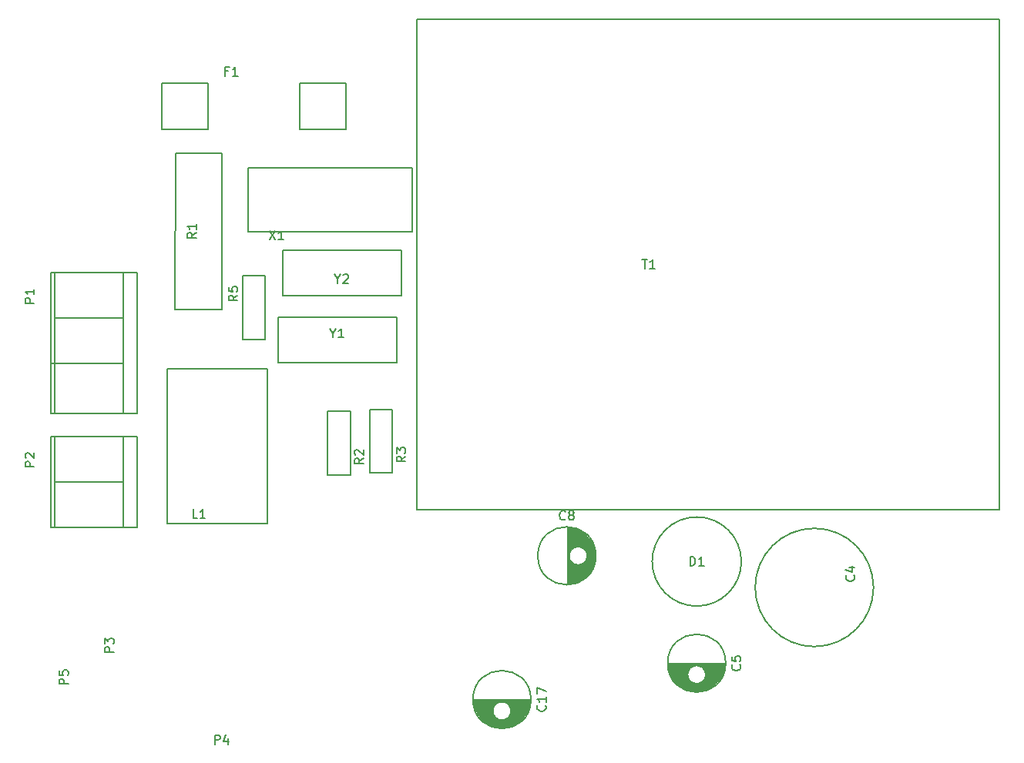
<source format=gto>
%TF.GenerationSoftware,KiCad,Pcbnew,4.0.4+dfsg1-stable*%
%TF.CreationDate,2017-06-27T11:27:39+02:00*%
%TF.ProjectId,power,706F7765722E6B696361645F70636200,rev?*%
%TF.FileFunction,Legend,Top*%
%FSLAX46Y46*%
G04 Gerber Fmt 4.6, Leading zero omitted, Abs format (unit mm)*
G04 Created by KiCad (PCBNEW 4.0.4+dfsg1-stable) date Tue Jun 27 11:27:39 2017*
%MOMM*%
%LPD*%
G01*
G04 APERTURE LIST*
%ADD10C,0.100000*%
%ADD11C,0.150000*%
G04 APERTURE END LIST*
D10*
D11*
X93930000Y20880000D02*
G75*
G03X93930000Y20880000I-6500000J0D01*
G01*
X79410000Y23730000D02*
G75*
G03X79410000Y23730000I-4900000J0D01*
G01*
X30904000Y71232000D02*
X30904000Y73772000D01*
X35984000Y71232000D02*
X30904000Y71232000D01*
X35984000Y73772000D02*
X35984000Y71232000D01*
X35984000Y76312000D02*
X35984000Y73772000D01*
X30904000Y76312000D02*
X35984000Y76312000D01*
X30904000Y73772000D02*
X30904000Y76312000D01*
X30904000Y73772000D02*
X30904000Y76312000D01*
X30904000Y76312000D02*
X35984000Y76312000D01*
X35984000Y76312000D02*
X35984000Y73772000D01*
X35984000Y73772000D02*
X35984000Y71232000D01*
X35984000Y71232000D02*
X30904000Y71232000D01*
X30904000Y71232000D02*
X30904000Y73772000D01*
X15744000Y71232000D02*
X15744000Y73772000D01*
X20824000Y71232000D02*
X15744000Y71232000D01*
X20824000Y73772000D02*
X20824000Y71232000D01*
X20824000Y76312000D02*
X20824000Y73772000D01*
X15744000Y76312000D02*
X20824000Y76312000D01*
X15744000Y73772000D02*
X15744000Y76312000D01*
X15744000Y73772000D02*
X15744000Y76312000D01*
X15744000Y76312000D02*
X20824000Y76312000D01*
X20824000Y76312000D02*
X20824000Y73772000D01*
X20824000Y73772000D02*
X20824000Y71232000D01*
X20824000Y71232000D02*
X15744000Y71232000D01*
X15744000Y71232000D02*
X15744000Y73772000D01*
X3994800Y45519700D02*
X3994800Y39995200D01*
X7512700Y45507000D02*
X11487800Y45507000D01*
X12999100Y45519700D02*
X12986400Y40020600D01*
X12986400Y40020600D02*
X11475100Y40033300D01*
X3524900Y45545100D02*
X3499500Y39995200D01*
X3499500Y39995200D02*
X11513200Y39995200D01*
X11513200Y39995200D02*
X11513200Y40338100D01*
X11508120Y45489220D02*
X11500500Y40185700D01*
X11500000Y50500000D02*
X4000000Y50500000D01*
X4000000Y55500000D02*
X4000000Y45500000D01*
X11500000Y55500000D02*
X11500000Y45500000D01*
X7500000Y55500000D02*
X3500000Y55500000D01*
X3500000Y55500000D02*
X3500000Y45500000D01*
X3500000Y45500000D02*
X7500000Y45500000D01*
X13000000Y45500000D02*
X13000000Y55500000D01*
X13000000Y55500000D02*
X7500000Y55500000D01*
X11500000Y32500000D02*
X4000000Y32500000D01*
X4000000Y37500000D02*
X4000000Y27500000D01*
X11500000Y37500000D02*
X11500000Y27500000D01*
X7500000Y37500000D02*
X3500000Y37500000D01*
X3500000Y37500000D02*
X3500000Y27500000D01*
X3500000Y27500000D02*
X7500000Y27500000D01*
X7500000Y27500000D02*
X13000000Y27500000D01*
X13000000Y27500000D02*
X13000000Y37500000D01*
X13000000Y37500000D02*
X7500000Y37500000D01*
X17268000Y68656000D02*
X17168000Y51456000D01*
X17168000Y51456000D02*
X22368000Y51456000D01*
X22368000Y51456000D02*
X22368000Y68656000D01*
X22368000Y68656000D02*
X17268000Y68656000D01*
X36440000Y33240000D02*
X36440000Y40240000D01*
X36440000Y40240000D02*
X33940000Y40240000D01*
X33940000Y40240000D02*
X33940000Y33240000D01*
X33940000Y33240000D02*
X36440000Y33240000D01*
X41070000Y33460000D02*
X41070000Y40460000D01*
X41070000Y40460000D02*
X38570000Y40460000D01*
X38570000Y40460000D02*
X38570000Y33460000D01*
X38570000Y33460000D02*
X41070000Y33460000D01*
X24614000Y55174000D02*
X24614000Y48174000D01*
X24614000Y48174000D02*
X27114000Y48174000D01*
X27114000Y48174000D02*
X27114000Y55174000D01*
X27114000Y55174000D02*
X24614000Y55174000D01*
X43750000Y29400000D02*
X107750000Y29400000D01*
X107750000Y29400000D02*
X107750000Y83400000D01*
X107750000Y83400000D02*
X43750000Y83400000D01*
X43750000Y83400000D02*
X43750000Y29400000D01*
X25250000Y60000000D02*
X43250000Y60000000D01*
X43250000Y60000000D02*
X43250000Y67000000D01*
X43250000Y67000000D02*
X25250000Y67000000D01*
X25250000Y67000000D02*
X25250000Y60000000D01*
X41508000Y50618000D02*
X28508000Y50618000D01*
X28508000Y50618000D02*
X28508000Y45618000D01*
X28508000Y45618000D02*
X41508000Y45618000D01*
X41508000Y45618000D02*
X41508000Y50618000D01*
X29016000Y52984000D02*
X42016000Y52984000D01*
X42016000Y52984000D02*
X42016000Y57984000D01*
X42016000Y57984000D02*
X29016000Y57984000D01*
X29016000Y57984000D02*
X29016000Y52984000D01*
X16300000Y44934000D02*
X16300000Y27934000D01*
X16300000Y27934000D02*
X27300000Y27934000D01*
X27300000Y27934000D02*
X27300000Y44934000D01*
X27300000Y44934000D02*
X16300000Y44934000D01*
X77649000Y12475000D02*
X71351000Y12475000D01*
X77643000Y12335000D02*
X71357000Y12335000D01*
X77630000Y12195000D02*
X74946000Y12195000D01*
X74054000Y12195000D02*
X71370000Y12195000D01*
X77611000Y12055000D02*
X75156000Y12055000D01*
X73844000Y12055000D02*
X71389000Y12055000D01*
X77585000Y11915000D02*
X75289000Y11915000D01*
X73711000Y11915000D02*
X71415000Y11915000D01*
X77553000Y11775000D02*
X75380000Y11775000D01*
X73620000Y11775000D02*
X71447000Y11775000D01*
X77514000Y11635000D02*
X75442000Y11635000D01*
X73558000Y11635000D02*
X71486000Y11635000D01*
X77468000Y11495000D02*
X75481000Y11495000D01*
X73519000Y11495000D02*
X71532000Y11495000D01*
X77415000Y11355000D02*
X75498000Y11355000D01*
X73502000Y11355000D02*
X71585000Y11355000D01*
X77353000Y11215000D02*
X75496000Y11215000D01*
X73504000Y11215000D02*
X71647000Y11215000D01*
X77283000Y11075000D02*
X75474000Y11075000D01*
X73526000Y11075000D02*
X71717000Y11075000D01*
X77204000Y10935000D02*
X75431000Y10935000D01*
X73569000Y10935000D02*
X71796000Y10935000D01*
X77116000Y10795000D02*
X75363000Y10795000D01*
X73637000Y10795000D02*
X71884000Y10795000D01*
X77016000Y10655000D02*
X75264000Y10655000D01*
X73736000Y10655000D02*
X71984000Y10655000D01*
X76904000Y10515000D02*
X75119000Y10515000D01*
X73881000Y10515000D02*
X72096000Y10515000D01*
X76779000Y10375000D02*
X74880000Y10375000D01*
X74120000Y10375000D02*
X72221000Y10375000D01*
X76636000Y10235000D02*
X72364000Y10235000D01*
X76474000Y10095000D02*
X72526000Y10095000D01*
X76286000Y9955000D02*
X72714000Y9955000D01*
X76063000Y9815000D02*
X72937000Y9815000D01*
X75787000Y9675000D02*
X73213000Y9675000D01*
X75412000Y9535000D02*
X73588000Y9535000D01*
X75500000Y11300000D02*
G75*
G03X75500000Y11300000I-1000000J0D01*
G01*
X77687500Y12550000D02*
G75*
G03X77687500Y12550000I-3187500J0D01*
G01*
X60305000Y27509000D02*
X60305000Y21211000D01*
X60445000Y27503000D02*
X60445000Y21217000D01*
X60585000Y27490000D02*
X60585000Y24806000D01*
X60585000Y23914000D02*
X60585000Y21230000D01*
X60725000Y27471000D02*
X60725000Y25016000D01*
X60725000Y23704000D02*
X60725000Y21249000D01*
X60865000Y27445000D02*
X60865000Y25149000D01*
X60865000Y23571000D02*
X60865000Y21275000D01*
X61005000Y27413000D02*
X61005000Y25240000D01*
X61005000Y23480000D02*
X61005000Y21307000D01*
X61145000Y27374000D02*
X61145000Y25302000D01*
X61145000Y23418000D02*
X61145000Y21346000D01*
X61285000Y27328000D02*
X61285000Y25341000D01*
X61285000Y23379000D02*
X61285000Y21392000D01*
X61425000Y27275000D02*
X61425000Y25358000D01*
X61425000Y23362000D02*
X61425000Y21445000D01*
X61565000Y27213000D02*
X61565000Y25356000D01*
X61565000Y23364000D02*
X61565000Y21507000D01*
X61705000Y27143000D02*
X61705000Y25334000D01*
X61705000Y23386000D02*
X61705000Y21577000D01*
X61845000Y27064000D02*
X61845000Y25291000D01*
X61845000Y23429000D02*
X61845000Y21656000D01*
X61985000Y26976000D02*
X61985000Y25223000D01*
X61985000Y23497000D02*
X61985000Y21744000D01*
X62125000Y26876000D02*
X62125000Y25124000D01*
X62125000Y23596000D02*
X62125000Y21844000D01*
X62265000Y26764000D02*
X62265000Y24979000D01*
X62265000Y23741000D02*
X62265000Y21956000D01*
X62405000Y26639000D02*
X62405000Y24740000D01*
X62405000Y23980000D02*
X62405000Y22081000D01*
X62545000Y26496000D02*
X62545000Y22224000D01*
X62685000Y26334000D02*
X62685000Y22386000D01*
X62825000Y26146000D02*
X62825000Y22574000D01*
X62965000Y25923000D02*
X62965000Y22797000D01*
X63105000Y25647000D02*
X63105000Y23073000D01*
X63245000Y25272000D02*
X63245000Y23448000D01*
X62480000Y24360000D02*
G75*
G03X62480000Y24360000I-1000000J0D01*
G01*
X63417500Y24360000D02*
G75*
G03X63417500Y24360000I-3187500J0D01*
G01*
X56249000Y8475000D02*
X49951000Y8475000D01*
X56243000Y8335000D02*
X49957000Y8335000D01*
X56230000Y8195000D02*
X53546000Y8195000D01*
X52654000Y8195000D02*
X49970000Y8195000D01*
X56211000Y8055000D02*
X53756000Y8055000D01*
X52444000Y8055000D02*
X49989000Y8055000D01*
X56185000Y7915000D02*
X53889000Y7915000D01*
X52311000Y7915000D02*
X50015000Y7915000D01*
X56153000Y7775000D02*
X53980000Y7775000D01*
X52220000Y7775000D02*
X50047000Y7775000D01*
X56114000Y7635000D02*
X54042000Y7635000D01*
X52158000Y7635000D02*
X50086000Y7635000D01*
X56068000Y7495000D02*
X54081000Y7495000D01*
X52119000Y7495000D02*
X50132000Y7495000D01*
X56015000Y7355000D02*
X54098000Y7355000D01*
X52102000Y7355000D02*
X50185000Y7355000D01*
X55953000Y7215000D02*
X54096000Y7215000D01*
X52104000Y7215000D02*
X50247000Y7215000D01*
X55883000Y7075000D02*
X54074000Y7075000D01*
X52126000Y7075000D02*
X50317000Y7075000D01*
X55804000Y6935000D02*
X54031000Y6935000D01*
X52169000Y6935000D02*
X50396000Y6935000D01*
X55716000Y6795000D02*
X53963000Y6795000D01*
X52237000Y6795000D02*
X50484000Y6795000D01*
X55616000Y6655000D02*
X53864000Y6655000D01*
X52336000Y6655000D02*
X50584000Y6655000D01*
X55504000Y6515000D02*
X53719000Y6515000D01*
X52481000Y6515000D02*
X50696000Y6515000D01*
X55379000Y6375000D02*
X53480000Y6375000D01*
X52720000Y6375000D02*
X50821000Y6375000D01*
X55236000Y6235000D02*
X50964000Y6235000D01*
X55074000Y6095000D02*
X51126000Y6095000D01*
X54886000Y5955000D02*
X51314000Y5955000D01*
X54663000Y5815000D02*
X51537000Y5815000D01*
X54387000Y5675000D02*
X51813000Y5675000D01*
X54012000Y5535000D02*
X52188000Y5535000D01*
X54100000Y7300000D02*
G75*
G03X54100000Y7300000I-1000000J0D01*
G01*
X56287500Y8550000D02*
G75*
G03X56287500Y8550000I-3187500J0D01*
G01*
X91787143Y22213334D02*
X91834762Y22165715D01*
X91882381Y22022858D01*
X91882381Y21927620D01*
X91834762Y21784762D01*
X91739524Y21689524D01*
X91644286Y21641905D01*
X91453810Y21594286D01*
X91310952Y21594286D01*
X91120476Y21641905D01*
X91025238Y21689524D01*
X90930000Y21784762D01*
X90882381Y21927620D01*
X90882381Y22022858D01*
X90930000Y22165715D01*
X90977619Y22213334D01*
X91215714Y23070477D02*
X91882381Y23070477D01*
X90834762Y22832381D02*
X91549048Y22594286D01*
X91549048Y23213334D01*
X73771905Y23277619D02*
X73771905Y24277619D01*
X74010000Y24277619D01*
X74152858Y24230000D01*
X74248096Y24134762D01*
X74295715Y24039524D01*
X74343334Y23849048D01*
X74343334Y23706190D01*
X74295715Y23515714D01*
X74248096Y23420476D01*
X74152858Y23325238D01*
X74010000Y23277619D01*
X73771905Y23277619D01*
X75295715Y23277619D02*
X74724286Y23277619D01*
X75010000Y23277619D02*
X75010000Y24277619D01*
X74914762Y24134762D01*
X74819524Y24039524D01*
X74724286Y23991905D01*
X23030667Y77653429D02*
X22697333Y77653429D01*
X22697333Y77129619D02*
X22697333Y78129619D01*
X23173524Y78129619D01*
X24078286Y77129619D02*
X23506857Y77129619D01*
X23792571Y77129619D02*
X23792571Y78129619D01*
X23697333Y77986762D01*
X23602095Y77891524D01*
X23506857Y77843905D01*
X1702381Y52161905D02*
X702381Y52161905D01*
X702381Y52542858D01*
X750000Y52638096D01*
X797619Y52685715D01*
X892857Y52733334D01*
X1035714Y52733334D01*
X1130952Y52685715D01*
X1178571Y52638096D01*
X1226190Y52542858D01*
X1226190Y52161905D01*
X1702381Y53685715D02*
X1702381Y53114286D01*
X1702381Y53400000D02*
X702381Y53400000D01*
X845238Y53304762D01*
X940476Y53209524D01*
X988095Y53114286D01*
X1702381Y34161905D02*
X702381Y34161905D01*
X702381Y34542858D01*
X750000Y34638096D01*
X797619Y34685715D01*
X892857Y34733334D01*
X1035714Y34733334D01*
X1130952Y34685715D01*
X1178571Y34638096D01*
X1226190Y34542858D01*
X1226190Y34161905D01*
X797619Y35114286D02*
X750000Y35161905D01*
X702381Y35257143D01*
X702381Y35495239D01*
X750000Y35590477D01*
X797619Y35638096D01*
X892857Y35685715D01*
X988095Y35685715D01*
X1130952Y35638096D01*
X1702381Y35066667D01*
X1702381Y35685715D01*
X21561905Y3647619D02*
X21561905Y4647619D01*
X21942858Y4647619D01*
X22038096Y4600000D01*
X22085715Y4552381D01*
X22133334Y4457143D01*
X22133334Y4314286D01*
X22085715Y4219048D01*
X22038096Y4171429D01*
X21942858Y4123810D01*
X21561905Y4123810D01*
X22990477Y4314286D02*
X22990477Y3647619D01*
X22752381Y4695238D02*
X22514286Y3980952D01*
X23133334Y3980952D01*
X19520381Y59889334D02*
X19044190Y59556000D01*
X19520381Y59317905D02*
X18520381Y59317905D01*
X18520381Y59698858D01*
X18568000Y59794096D01*
X18615619Y59841715D01*
X18710857Y59889334D01*
X18853714Y59889334D01*
X18948952Y59841715D01*
X18996571Y59794096D01*
X19044190Y59698858D01*
X19044190Y59317905D01*
X19520381Y60841715D02*
X19520381Y60270286D01*
X19520381Y60556000D02*
X18520381Y60556000D01*
X18663238Y60460762D01*
X18758476Y60365524D01*
X18806095Y60270286D01*
X37892381Y35073334D02*
X37416190Y34740000D01*
X37892381Y34501905D02*
X36892381Y34501905D01*
X36892381Y34882858D01*
X36940000Y34978096D01*
X36987619Y35025715D01*
X37082857Y35073334D01*
X37225714Y35073334D01*
X37320952Y35025715D01*
X37368571Y34978096D01*
X37416190Y34882858D01*
X37416190Y34501905D01*
X36987619Y35454286D02*
X36940000Y35501905D01*
X36892381Y35597143D01*
X36892381Y35835239D01*
X36940000Y35930477D01*
X36987619Y35978096D01*
X37082857Y36025715D01*
X37178095Y36025715D01*
X37320952Y35978096D01*
X37892381Y35406667D01*
X37892381Y36025715D01*
X42522381Y35293334D02*
X42046190Y34960000D01*
X42522381Y34721905D02*
X41522381Y34721905D01*
X41522381Y35102858D01*
X41570000Y35198096D01*
X41617619Y35245715D01*
X41712857Y35293334D01*
X41855714Y35293334D01*
X41950952Y35245715D01*
X41998571Y35198096D01*
X42046190Y35102858D01*
X42046190Y34721905D01*
X41522381Y35626667D02*
X41522381Y36245715D01*
X41903333Y35912381D01*
X41903333Y36055239D01*
X41950952Y36150477D01*
X41998571Y36198096D01*
X42093810Y36245715D01*
X42331905Y36245715D01*
X42427143Y36198096D01*
X42474762Y36150477D01*
X42522381Y36055239D01*
X42522381Y35769524D01*
X42474762Y35674286D01*
X42427143Y35626667D01*
X24066381Y53007334D02*
X23590190Y52674000D01*
X24066381Y52435905D02*
X23066381Y52435905D01*
X23066381Y52816858D01*
X23114000Y52912096D01*
X23161619Y52959715D01*
X23256857Y53007334D01*
X23399714Y53007334D01*
X23494952Y52959715D01*
X23542571Y52912096D01*
X23590190Y52816858D01*
X23590190Y52435905D01*
X23066381Y53912096D02*
X23066381Y53435905D01*
X23542571Y53388286D01*
X23494952Y53435905D01*
X23447333Y53531143D01*
X23447333Y53769239D01*
X23494952Y53864477D01*
X23542571Y53912096D01*
X23637810Y53959715D01*
X23875905Y53959715D01*
X23971143Y53912096D01*
X24018762Y53864477D01*
X24066381Y53769239D01*
X24066381Y53531143D01*
X24018762Y53435905D01*
X23971143Y53388286D01*
X68488095Y56947619D02*
X69059524Y56947619D01*
X68773809Y55947619D02*
X68773809Y56947619D01*
X69916667Y55947619D02*
X69345238Y55947619D01*
X69630952Y55947619D02*
X69630952Y56947619D01*
X69535714Y56804762D01*
X69440476Y56709524D01*
X69345238Y56661905D01*
X27547676Y60110619D02*
X28214343Y59110619D01*
X28214343Y60110619D02*
X27547676Y59110619D01*
X29119105Y59110619D02*
X28547676Y59110619D01*
X28833390Y59110619D02*
X28833390Y60110619D01*
X28738152Y59967762D01*
X28642914Y59872524D01*
X28547676Y59824905D01*
X34531809Y48841810D02*
X34531809Y48365619D01*
X34198476Y49365619D02*
X34531809Y48841810D01*
X34865143Y49365619D01*
X35722286Y48365619D02*
X35150857Y48365619D01*
X35436571Y48365619D02*
X35436571Y49365619D01*
X35341333Y49222762D01*
X35246095Y49127524D01*
X35150857Y49079905D01*
X35039809Y54807810D02*
X35039809Y54331619D01*
X34706476Y55331619D02*
X35039809Y54807810D01*
X35373143Y55331619D01*
X35658857Y55236381D02*
X35706476Y55284000D01*
X35801714Y55331619D01*
X36039810Y55331619D01*
X36135048Y55284000D01*
X36182667Y55236381D01*
X36230286Y55141143D01*
X36230286Y55045905D01*
X36182667Y54903048D01*
X35611238Y54331619D01*
X36230286Y54331619D01*
X19633334Y28481619D02*
X19157143Y28481619D01*
X19157143Y29481619D01*
X20490477Y28481619D02*
X19919048Y28481619D01*
X20204762Y28481619D02*
X20204762Y29481619D01*
X20109524Y29338762D01*
X20014286Y29243524D01*
X19919048Y29195905D01*
X10452381Y13761905D02*
X9452381Y13761905D01*
X9452381Y14142858D01*
X9500000Y14238096D01*
X9547619Y14285715D01*
X9642857Y14333334D01*
X9785714Y14333334D01*
X9880952Y14285715D01*
X9928571Y14238096D01*
X9976190Y14142858D01*
X9976190Y13761905D01*
X9452381Y14666667D02*
X9452381Y15285715D01*
X9833333Y14952381D01*
X9833333Y15095239D01*
X9880952Y15190477D01*
X9928571Y15238096D01*
X10023810Y15285715D01*
X10261905Y15285715D01*
X10357143Y15238096D01*
X10404762Y15190477D01*
X10452381Y15095239D01*
X10452381Y14809524D01*
X10404762Y14714286D01*
X10357143Y14666667D01*
X5452381Y10261905D02*
X4452381Y10261905D01*
X4452381Y10642858D01*
X4500000Y10738096D01*
X4547619Y10785715D01*
X4642857Y10833334D01*
X4785714Y10833334D01*
X4880952Y10785715D01*
X4928571Y10738096D01*
X4976190Y10642858D01*
X4976190Y10261905D01*
X4452381Y11738096D02*
X4452381Y11261905D01*
X4928571Y11214286D01*
X4880952Y11261905D01*
X4833333Y11357143D01*
X4833333Y11595239D01*
X4880952Y11690477D01*
X4928571Y11738096D01*
X5023810Y11785715D01*
X5261905Y11785715D01*
X5357143Y11738096D01*
X5404762Y11690477D01*
X5452381Y11595239D01*
X5452381Y11357143D01*
X5404762Y11261905D01*
X5357143Y11214286D01*
X79257143Y12383334D02*
X79304762Y12335715D01*
X79352381Y12192858D01*
X79352381Y12097620D01*
X79304762Y11954762D01*
X79209524Y11859524D01*
X79114286Y11811905D01*
X78923810Y11764286D01*
X78780952Y11764286D01*
X78590476Y11811905D01*
X78495238Y11859524D01*
X78400000Y11954762D01*
X78352381Y12097620D01*
X78352381Y12192858D01*
X78400000Y12335715D01*
X78447619Y12383334D01*
X78352381Y13288096D02*
X78352381Y12811905D01*
X78828571Y12764286D01*
X78780952Y12811905D01*
X78733333Y12907143D01*
X78733333Y13145239D01*
X78780952Y13240477D01*
X78828571Y13288096D01*
X78923810Y13335715D01*
X79161905Y13335715D01*
X79257143Y13288096D01*
X79304762Y13240477D01*
X79352381Y13145239D01*
X79352381Y12907143D01*
X79304762Y12811905D01*
X79257143Y12764286D01*
X60063334Y28402857D02*
X60015715Y28355238D01*
X59872858Y28307619D01*
X59777620Y28307619D01*
X59634762Y28355238D01*
X59539524Y28450476D01*
X59491905Y28545714D01*
X59444286Y28736190D01*
X59444286Y28879048D01*
X59491905Y29069524D01*
X59539524Y29164762D01*
X59634762Y29260000D01*
X59777620Y29307619D01*
X59872858Y29307619D01*
X60015715Y29260000D01*
X60063334Y29212381D01*
X60634762Y28879048D02*
X60539524Y28926667D01*
X60491905Y28974286D01*
X60444286Y29069524D01*
X60444286Y29117143D01*
X60491905Y29212381D01*
X60539524Y29260000D01*
X60634762Y29307619D01*
X60825239Y29307619D01*
X60920477Y29260000D01*
X60968096Y29212381D01*
X61015715Y29117143D01*
X61015715Y29069524D01*
X60968096Y28974286D01*
X60920477Y28926667D01*
X60825239Y28879048D01*
X60634762Y28879048D01*
X60539524Y28831429D01*
X60491905Y28783810D01*
X60444286Y28688571D01*
X60444286Y28498095D01*
X60491905Y28402857D01*
X60539524Y28355238D01*
X60634762Y28307619D01*
X60825239Y28307619D01*
X60920477Y28355238D01*
X60968096Y28402857D01*
X61015715Y28498095D01*
X61015715Y28688571D01*
X60968096Y28783810D01*
X60920477Y28831429D01*
X60825239Y28879048D01*
X57857143Y7907143D02*
X57904762Y7859524D01*
X57952381Y7716667D01*
X57952381Y7621429D01*
X57904762Y7478571D01*
X57809524Y7383333D01*
X57714286Y7335714D01*
X57523810Y7288095D01*
X57380952Y7288095D01*
X57190476Y7335714D01*
X57095238Y7383333D01*
X57000000Y7478571D01*
X56952381Y7621429D01*
X56952381Y7716667D01*
X57000000Y7859524D01*
X57047619Y7907143D01*
X57952381Y8859524D02*
X57952381Y8288095D01*
X57952381Y8573809D02*
X56952381Y8573809D01*
X57095238Y8478571D01*
X57190476Y8383333D01*
X57238095Y8288095D01*
X56952381Y9192857D02*
X56952381Y9859524D01*
X57952381Y9430952D01*
M02*

</source>
